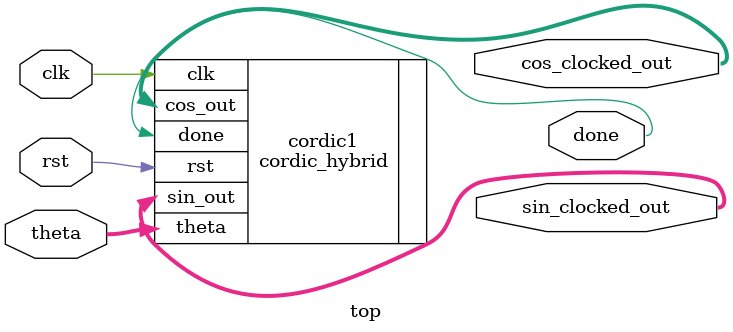
<source format=v>
module top (
    input wire clk,
    input wire rst,
    input wire signed [31:0] theta,
    output wire signed [31:0] cos_clocked_out,
    output wire signed [31:0] sin_clocked_out,
    output wire done
);

    cordic_hybrid cordic1(.clk(clk),
                            .rst(rst),
                            .theta(theta),
                            .cos_out(cos_clocked_out),
                            .sin_out(sin_clocked_out),
                            .done(done));

endmodule

</source>
